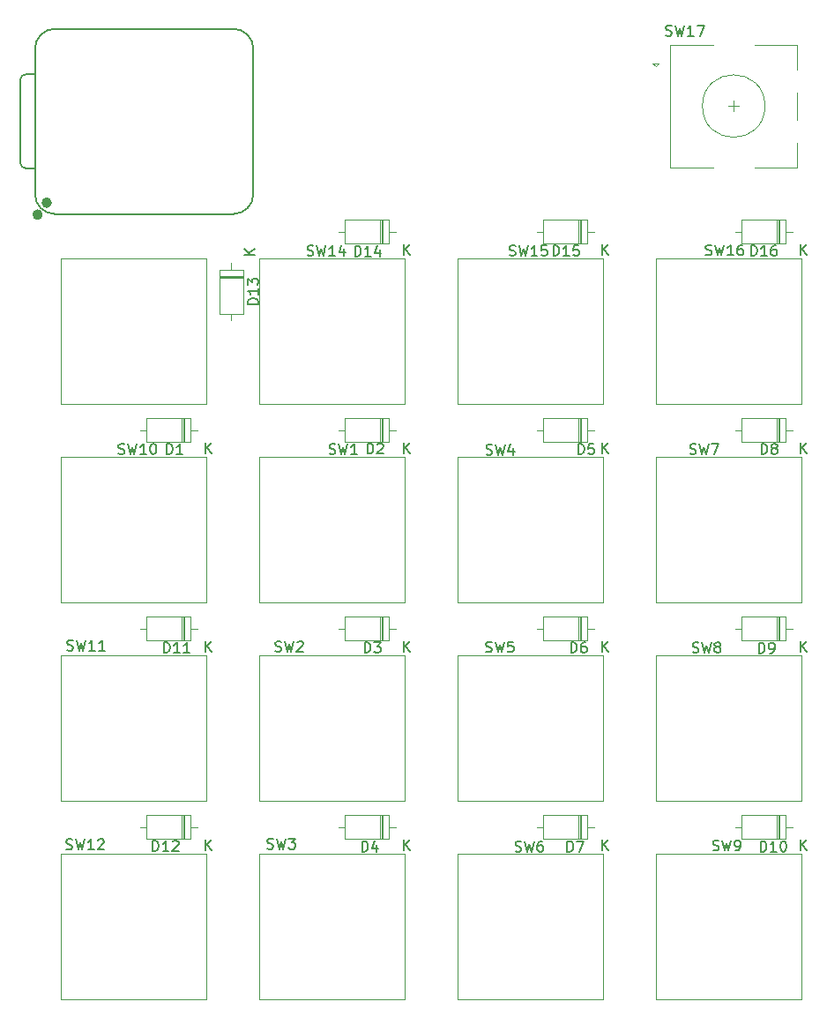
<source format=gbr>
%TF.GenerationSoftware,KiCad,Pcbnew,9.0.6*%
%TF.CreationDate,2025-12-17T16:24:02+01:00*%
%TF.ProjectId,numpad,6e756d70-6164-42e6-9b69-6361645f7063,rev?*%
%TF.SameCoordinates,Original*%
%TF.FileFunction,Legend,Top*%
%TF.FilePolarity,Positive*%
%FSLAX46Y46*%
G04 Gerber Fmt 4.6, Leading zero omitted, Abs format (unit mm)*
G04 Created by KiCad (PCBNEW 9.0.6) date 2025-12-17 16:24:02*
%MOMM*%
%LPD*%
G01*
G04 APERTURE LIST*
%ADD10C,0.150000*%
%ADD11C,0.120000*%
%ADD12C,0.127000*%
%ADD13C,0.100000*%
%ADD14C,0.504000*%
G04 APERTURE END LIST*
D10*
X83793105Y-90421619D02*
X83793105Y-89421619D01*
X83793105Y-89421619D02*
X84031200Y-89421619D01*
X84031200Y-89421619D02*
X84174057Y-89469238D01*
X84174057Y-89469238D02*
X84269295Y-89564476D01*
X84269295Y-89564476D02*
X84316914Y-89659714D01*
X84316914Y-89659714D02*
X84364533Y-89850190D01*
X84364533Y-89850190D02*
X84364533Y-89993047D01*
X84364533Y-89993047D02*
X84316914Y-90183523D01*
X84316914Y-90183523D02*
X84269295Y-90278761D01*
X84269295Y-90278761D02*
X84174057Y-90374000D01*
X84174057Y-90374000D02*
X84031200Y-90421619D01*
X84031200Y-90421619D02*
X83793105Y-90421619D01*
X85316914Y-90421619D02*
X84745486Y-90421619D01*
X85031200Y-90421619D02*
X85031200Y-89421619D01*
X85031200Y-89421619D02*
X84935962Y-89564476D01*
X84935962Y-89564476D02*
X84840724Y-89659714D01*
X84840724Y-89659714D02*
X84745486Y-89707333D01*
X87526845Y-90361069D02*
X87526845Y-89361069D01*
X88098273Y-90361069D02*
X87669702Y-89789640D01*
X88098273Y-89361069D02*
X87526845Y-89932497D01*
X140638305Y-109522419D02*
X140638305Y-108522419D01*
X140638305Y-108522419D02*
X140876400Y-108522419D01*
X140876400Y-108522419D02*
X141019257Y-108570038D01*
X141019257Y-108570038D02*
X141114495Y-108665276D01*
X141114495Y-108665276D02*
X141162114Y-108760514D01*
X141162114Y-108760514D02*
X141209733Y-108950990D01*
X141209733Y-108950990D02*
X141209733Y-109093847D01*
X141209733Y-109093847D02*
X141162114Y-109284323D01*
X141162114Y-109284323D02*
X141114495Y-109379561D01*
X141114495Y-109379561D02*
X141019257Y-109474800D01*
X141019257Y-109474800D02*
X140876400Y-109522419D01*
X140876400Y-109522419D02*
X140638305Y-109522419D01*
X141685924Y-109522419D02*
X141876400Y-109522419D01*
X141876400Y-109522419D02*
X141971638Y-109474800D01*
X141971638Y-109474800D02*
X142019257Y-109427180D01*
X142019257Y-109427180D02*
X142114495Y-109284323D01*
X142114495Y-109284323D02*
X142162114Y-109093847D01*
X142162114Y-109093847D02*
X142162114Y-108712895D01*
X142162114Y-108712895D02*
X142114495Y-108617657D01*
X142114495Y-108617657D02*
X142066876Y-108570038D01*
X142066876Y-108570038D02*
X141971638Y-108522419D01*
X141971638Y-108522419D02*
X141781162Y-108522419D01*
X141781162Y-108522419D02*
X141685924Y-108570038D01*
X141685924Y-108570038D02*
X141638305Y-108617657D01*
X141638305Y-108617657D02*
X141590686Y-108712895D01*
X141590686Y-108712895D02*
X141590686Y-108950990D01*
X141590686Y-108950990D02*
X141638305Y-109046228D01*
X141638305Y-109046228D02*
X141685924Y-109093847D01*
X141685924Y-109093847D02*
X141781162Y-109141466D01*
X141781162Y-109141466D02*
X141971638Y-109141466D01*
X141971638Y-109141466D02*
X142066876Y-109093847D01*
X142066876Y-109093847D02*
X142114495Y-109046228D01*
X142114495Y-109046228D02*
X142162114Y-108950990D01*
X144676845Y-109411069D02*
X144676845Y-108411069D01*
X145248273Y-109411069D02*
X144819702Y-108839640D01*
X145248273Y-108411069D02*
X144676845Y-108982497D01*
X117284667Y-128524800D02*
X117427524Y-128572419D01*
X117427524Y-128572419D02*
X117665619Y-128572419D01*
X117665619Y-128572419D02*
X117760857Y-128524800D01*
X117760857Y-128524800D02*
X117808476Y-128477180D01*
X117808476Y-128477180D02*
X117856095Y-128381942D01*
X117856095Y-128381942D02*
X117856095Y-128286704D01*
X117856095Y-128286704D02*
X117808476Y-128191466D01*
X117808476Y-128191466D02*
X117760857Y-128143847D01*
X117760857Y-128143847D02*
X117665619Y-128096228D01*
X117665619Y-128096228D02*
X117475143Y-128048609D01*
X117475143Y-128048609D02*
X117379905Y-128000990D01*
X117379905Y-128000990D02*
X117332286Y-127953371D01*
X117332286Y-127953371D02*
X117284667Y-127858133D01*
X117284667Y-127858133D02*
X117284667Y-127762895D01*
X117284667Y-127762895D02*
X117332286Y-127667657D01*
X117332286Y-127667657D02*
X117379905Y-127620038D01*
X117379905Y-127620038D02*
X117475143Y-127572419D01*
X117475143Y-127572419D02*
X117713238Y-127572419D01*
X117713238Y-127572419D02*
X117856095Y-127620038D01*
X118189429Y-127572419D02*
X118427524Y-128572419D01*
X118427524Y-128572419D02*
X118618000Y-127858133D01*
X118618000Y-127858133D02*
X118808476Y-128572419D01*
X118808476Y-128572419D02*
X119046572Y-127572419D01*
X119856095Y-127572419D02*
X119665619Y-127572419D01*
X119665619Y-127572419D02*
X119570381Y-127620038D01*
X119570381Y-127620038D02*
X119522762Y-127667657D01*
X119522762Y-127667657D02*
X119427524Y-127810514D01*
X119427524Y-127810514D02*
X119379905Y-128000990D01*
X119379905Y-128000990D02*
X119379905Y-128381942D01*
X119379905Y-128381942D02*
X119427524Y-128477180D01*
X119427524Y-128477180D02*
X119475143Y-128524800D01*
X119475143Y-128524800D02*
X119570381Y-128572419D01*
X119570381Y-128572419D02*
X119760857Y-128572419D01*
X119760857Y-128572419D02*
X119856095Y-128524800D01*
X119856095Y-128524800D02*
X119903714Y-128477180D01*
X119903714Y-128477180D02*
X119951333Y-128381942D01*
X119951333Y-128381942D02*
X119951333Y-128143847D01*
X119951333Y-128143847D02*
X119903714Y-128048609D01*
X119903714Y-128048609D02*
X119856095Y-128000990D01*
X119856095Y-128000990D02*
X119760857Y-127953371D01*
X119760857Y-127953371D02*
X119570381Y-127953371D01*
X119570381Y-127953371D02*
X119475143Y-128000990D01*
X119475143Y-128000990D02*
X119427524Y-128048609D01*
X119427524Y-128048609D02*
X119379905Y-128143847D01*
X83520114Y-109471619D02*
X83520114Y-108471619D01*
X83520114Y-108471619D02*
X83758209Y-108471619D01*
X83758209Y-108471619D02*
X83901066Y-108519238D01*
X83901066Y-108519238D02*
X83996304Y-108614476D01*
X83996304Y-108614476D02*
X84043923Y-108709714D01*
X84043923Y-108709714D02*
X84091542Y-108900190D01*
X84091542Y-108900190D02*
X84091542Y-109043047D01*
X84091542Y-109043047D02*
X84043923Y-109233523D01*
X84043923Y-109233523D02*
X83996304Y-109328761D01*
X83996304Y-109328761D02*
X83901066Y-109424000D01*
X83901066Y-109424000D02*
X83758209Y-109471619D01*
X83758209Y-109471619D02*
X83520114Y-109471619D01*
X85043923Y-109471619D02*
X84472495Y-109471619D01*
X84758209Y-109471619D02*
X84758209Y-108471619D01*
X84758209Y-108471619D02*
X84662971Y-108614476D01*
X84662971Y-108614476D02*
X84567733Y-108709714D01*
X84567733Y-108709714D02*
X84472495Y-108757333D01*
X85996304Y-109471619D02*
X85424876Y-109471619D01*
X85710590Y-109471619D02*
X85710590Y-108471619D01*
X85710590Y-108471619D02*
X85615352Y-108614476D01*
X85615352Y-108614476D02*
X85520114Y-108709714D01*
X85520114Y-108709714D02*
X85424876Y-108757333D01*
X87526845Y-109411069D02*
X87526845Y-108411069D01*
X88098273Y-109411069D02*
X87669702Y-108839640D01*
X88098273Y-108411069D02*
X87526845Y-108982497D01*
X122604305Y-109471619D02*
X122604305Y-108471619D01*
X122604305Y-108471619D02*
X122842400Y-108471619D01*
X122842400Y-108471619D02*
X122985257Y-108519238D01*
X122985257Y-108519238D02*
X123080495Y-108614476D01*
X123080495Y-108614476D02*
X123128114Y-108709714D01*
X123128114Y-108709714D02*
X123175733Y-108900190D01*
X123175733Y-108900190D02*
X123175733Y-109043047D01*
X123175733Y-109043047D02*
X123128114Y-109233523D01*
X123128114Y-109233523D02*
X123080495Y-109328761D01*
X123080495Y-109328761D02*
X122985257Y-109424000D01*
X122985257Y-109424000D02*
X122842400Y-109471619D01*
X122842400Y-109471619D02*
X122604305Y-109471619D01*
X124032876Y-108471619D02*
X123842400Y-108471619D01*
X123842400Y-108471619D02*
X123747162Y-108519238D01*
X123747162Y-108519238D02*
X123699543Y-108566857D01*
X123699543Y-108566857D02*
X123604305Y-108709714D01*
X123604305Y-108709714D02*
X123556686Y-108900190D01*
X123556686Y-108900190D02*
X123556686Y-109281142D01*
X123556686Y-109281142D02*
X123604305Y-109376380D01*
X123604305Y-109376380D02*
X123651924Y-109424000D01*
X123651924Y-109424000D02*
X123747162Y-109471619D01*
X123747162Y-109471619D02*
X123937638Y-109471619D01*
X123937638Y-109471619D02*
X124032876Y-109424000D01*
X124032876Y-109424000D02*
X124080495Y-109376380D01*
X124080495Y-109376380D02*
X124128114Y-109281142D01*
X124128114Y-109281142D02*
X124128114Y-109043047D01*
X124128114Y-109043047D02*
X124080495Y-108947809D01*
X124080495Y-108947809D02*
X124032876Y-108900190D01*
X124032876Y-108900190D02*
X123937638Y-108852571D01*
X123937638Y-108852571D02*
X123747162Y-108852571D01*
X123747162Y-108852571D02*
X123651924Y-108900190D01*
X123651924Y-108900190D02*
X123604305Y-108947809D01*
X123604305Y-108947809D02*
X123556686Y-109043047D01*
X125626845Y-109411069D02*
X125626845Y-108411069D01*
X126198273Y-109411069D02*
X125769702Y-108839640D01*
X126198273Y-108411069D02*
X125626845Y-108982497D01*
X120908914Y-71371619D02*
X120908914Y-70371619D01*
X120908914Y-70371619D02*
X121147009Y-70371619D01*
X121147009Y-70371619D02*
X121289866Y-70419238D01*
X121289866Y-70419238D02*
X121385104Y-70514476D01*
X121385104Y-70514476D02*
X121432723Y-70609714D01*
X121432723Y-70609714D02*
X121480342Y-70800190D01*
X121480342Y-70800190D02*
X121480342Y-70943047D01*
X121480342Y-70943047D02*
X121432723Y-71133523D01*
X121432723Y-71133523D02*
X121385104Y-71228761D01*
X121385104Y-71228761D02*
X121289866Y-71324000D01*
X121289866Y-71324000D02*
X121147009Y-71371619D01*
X121147009Y-71371619D02*
X120908914Y-71371619D01*
X122432723Y-71371619D02*
X121861295Y-71371619D01*
X122147009Y-71371619D02*
X122147009Y-70371619D01*
X122147009Y-70371619D02*
X122051771Y-70514476D01*
X122051771Y-70514476D02*
X121956533Y-70609714D01*
X121956533Y-70609714D02*
X121861295Y-70657333D01*
X123337485Y-70371619D02*
X122861295Y-70371619D01*
X122861295Y-70371619D02*
X122813676Y-70847809D01*
X122813676Y-70847809D02*
X122861295Y-70800190D01*
X122861295Y-70800190D02*
X122956533Y-70752571D01*
X122956533Y-70752571D02*
X123194628Y-70752571D01*
X123194628Y-70752571D02*
X123289866Y-70800190D01*
X123289866Y-70800190D02*
X123337485Y-70847809D01*
X123337485Y-70847809D02*
X123385104Y-70943047D01*
X123385104Y-70943047D02*
X123385104Y-71181142D01*
X123385104Y-71181142D02*
X123337485Y-71276380D01*
X123337485Y-71276380D02*
X123289866Y-71324000D01*
X123289866Y-71324000D02*
X123194628Y-71371619D01*
X123194628Y-71371619D02*
X122956533Y-71371619D01*
X122956533Y-71371619D02*
X122861295Y-71324000D01*
X122861295Y-71324000D02*
X122813676Y-71276380D01*
X125626845Y-71311069D02*
X125626845Y-70311069D01*
X126198273Y-71311069D02*
X125769702Y-70739640D01*
X126198273Y-70311069D02*
X125626845Y-70882497D01*
X102538305Y-128572419D02*
X102538305Y-127572419D01*
X102538305Y-127572419D02*
X102776400Y-127572419D01*
X102776400Y-127572419D02*
X102919257Y-127620038D01*
X102919257Y-127620038D02*
X103014495Y-127715276D01*
X103014495Y-127715276D02*
X103062114Y-127810514D01*
X103062114Y-127810514D02*
X103109733Y-128000990D01*
X103109733Y-128000990D02*
X103109733Y-128143847D01*
X103109733Y-128143847D02*
X103062114Y-128334323D01*
X103062114Y-128334323D02*
X103014495Y-128429561D01*
X103014495Y-128429561D02*
X102919257Y-128524800D01*
X102919257Y-128524800D02*
X102776400Y-128572419D01*
X102776400Y-128572419D02*
X102538305Y-128572419D01*
X103966876Y-127905752D02*
X103966876Y-128572419D01*
X103728781Y-127524800D02*
X103490686Y-128239085D01*
X103490686Y-128239085D02*
X104109733Y-128239085D01*
X106576845Y-128461069D02*
X106576845Y-127461069D01*
X107148273Y-128461069D02*
X106719702Y-127889640D01*
X107148273Y-127461069D02*
X106576845Y-128032497D01*
X135553676Y-71273200D02*
X135696533Y-71320819D01*
X135696533Y-71320819D02*
X135934628Y-71320819D01*
X135934628Y-71320819D02*
X136029866Y-71273200D01*
X136029866Y-71273200D02*
X136077485Y-71225580D01*
X136077485Y-71225580D02*
X136125104Y-71130342D01*
X136125104Y-71130342D02*
X136125104Y-71035104D01*
X136125104Y-71035104D02*
X136077485Y-70939866D01*
X136077485Y-70939866D02*
X136029866Y-70892247D01*
X136029866Y-70892247D02*
X135934628Y-70844628D01*
X135934628Y-70844628D02*
X135744152Y-70797009D01*
X135744152Y-70797009D02*
X135648914Y-70749390D01*
X135648914Y-70749390D02*
X135601295Y-70701771D01*
X135601295Y-70701771D02*
X135553676Y-70606533D01*
X135553676Y-70606533D02*
X135553676Y-70511295D01*
X135553676Y-70511295D02*
X135601295Y-70416057D01*
X135601295Y-70416057D02*
X135648914Y-70368438D01*
X135648914Y-70368438D02*
X135744152Y-70320819D01*
X135744152Y-70320819D02*
X135982247Y-70320819D01*
X135982247Y-70320819D02*
X136125104Y-70368438D01*
X136458438Y-70320819D02*
X136696533Y-71320819D01*
X136696533Y-71320819D02*
X136887009Y-70606533D01*
X136887009Y-70606533D02*
X137077485Y-71320819D01*
X137077485Y-71320819D02*
X137315581Y-70320819D01*
X138220342Y-71320819D02*
X137648914Y-71320819D01*
X137934628Y-71320819D02*
X137934628Y-70320819D01*
X137934628Y-70320819D02*
X137839390Y-70463676D01*
X137839390Y-70463676D02*
X137744152Y-70558914D01*
X137744152Y-70558914D02*
X137648914Y-70606533D01*
X139077485Y-70320819D02*
X138887009Y-70320819D01*
X138887009Y-70320819D02*
X138791771Y-70368438D01*
X138791771Y-70368438D02*
X138744152Y-70416057D01*
X138744152Y-70416057D02*
X138648914Y-70558914D01*
X138648914Y-70558914D02*
X138601295Y-70749390D01*
X138601295Y-70749390D02*
X138601295Y-71130342D01*
X138601295Y-71130342D02*
X138648914Y-71225580D01*
X138648914Y-71225580D02*
X138696533Y-71273200D01*
X138696533Y-71273200D02*
X138791771Y-71320819D01*
X138791771Y-71320819D02*
X138982247Y-71320819D01*
X138982247Y-71320819D02*
X139077485Y-71273200D01*
X139077485Y-71273200D02*
X139125104Y-71225580D01*
X139125104Y-71225580D02*
X139172723Y-71130342D01*
X139172723Y-71130342D02*
X139172723Y-70892247D01*
X139172723Y-70892247D02*
X139125104Y-70797009D01*
X139125104Y-70797009D02*
X139077485Y-70749390D01*
X139077485Y-70749390D02*
X138982247Y-70701771D01*
X138982247Y-70701771D02*
X138791771Y-70701771D01*
X138791771Y-70701771D02*
X138696533Y-70749390D01*
X138696533Y-70749390D02*
X138648914Y-70797009D01*
X138648914Y-70797009D02*
X138601295Y-70892247D01*
X140822514Y-128572419D02*
X140822514Y-127572419D01*
X140822514Y-127572419D02*
X141060609Y-127572419D01*
X141060609Y-127572419D02*
X141203466Y-127620038D01*
X141203466Y-127620038D02*
X141298704Y-127715276D01*
X141298704Y-127715276D02*
X141346323Y-127810514D01*
X141346323Y-127810514D02*
X141393942Y-128000990D01*
X141393942Y-128000990D02*
X141393942Y-128143847D01*
X141393942Y-128143847D02*
X141346323Y-128334323D01*
X141346323Y-128334323D02*
X141298704Y-128429561D01*
X141298704Y-128429561D02*
X141203466Y-128524800D01*
X141203466Y-128524800D02*
X141060609Y-128572419D01*
X141060609Y-128572419D02*
X140822514Y-128572419D01*
X142346323Y-128572419D02*
X141774895Y-128572419D01*
X142060609Y-128572419D02*
X142060609Y-127572419D01*
X142060609Y-127572419D02*
X141965371Y-127715276D01*
X141965371Y-127715276D02*
X141870133Y-127810514D01*
X141870133Y-127810514D02*
X141774895Y-127858133D01*
X142965371Y-127572419D02*
X143060609Y-127572419D01*
X143060609Y-127572419D02*
X143155847Y-127620038D01*
X143155847Y-127620038D02*
X143203466Y-127667657D01*
X143203466Y-127667657D02*
X143251085Y-127762895D01*
X143251085Y-127762895D02*
X143298704Y-127953371D01*
X143298704Y-127953371D02*
X143298704Y-128191466D01*
X143298704Y-128191466D02*
X143251085Y-128381942D01*
X143251085Y-128381942D02*
X143203466Y-128477180D01*
X143203466Y-128477180D02*
X143155847Y-128524800D01*
X143155847Y-128524800D02*
X143060609Y-128572419D01*
X143060609Y-128572419D02*
X142965371Y-128572419D01*
X142965371Y-128572419D02*
X142870133Y-128524800D01*
X142870133Y-128524800D02*
X142822514Y-128477180D01*
X142822514Y-128477180D02*
X142774895Y-128381942D01*
X142774895Y-128381942D02*
X142727276Y-128191466D01*
X142727276Y-128191466D02*
X142727276Y-127953371D01*
X142727276Y-127953371D02*
X142774895Y-127762895D01*
X142774895Y-127762895D02*
X142822514Y-127667657D01*
X142822514Y-127667657D02*
X142870133Y-127620038D01*
X142870133Y-127620038D02*
X142965371Y-127572419D01*
X144676845Y-128461069D02*
X144676845Y-127461069D01*
X145248273Y-128461069D02*
X144819702Y-127889640D01*
X145248273Y-127461069D02*
X144676845Y-128032497D01*
X114490667Y-90424800D02*
X114633524Y-90472419D01*
X114633524Y-90472419D02*
X114871619Y-90472419D01*
X114871619Y-90472419D02*
X114966857Y-90424800D01*
X114966857Y-90424800D02*
X115014476Y-90377180D01*
X115014476Y-90377180D02*
X115062095Y-90281942D01*
X115062095Y-90281942D02*
X115062095Y-90186704D01*
X115062095Y-90186704D02*
X115014476Y-90091466D01*
X115014476Y-90091466D02*
X114966857Y-90043847D01*
X114966857Y-90043847D02*
X114871619Y-89996228D01*
X114871619Y-89996228D02*
X114681143Y-89948609D01*
X114681143Y-89948609D02*
X114585905Y-89900990D01*
X114585905Y-89900990D02*
X114538286Y-89853371D01*
X114538286Y-89853371D02*
X114490667Y-89758133D01*
X114490667Y-89758133D02*
X114490667Y-89662895D01*
X114490667Y-89662895D02*
X114538286Y-89567657D01*
X114538286Y-89567657D02*
X114585905Y-89520038D01*
X114585905Y-89520038D02*
X114681143Y-89472419D01*
X114681143Y-89472419D02*
X114919238Y-89472419D01*
X114919238Y-89472419D02*
X115062095Y-89520038D01*
X115395429Y-89472419D02*
X115633524Y-90472419D01*
X115633524Y-90472419D02*
X115824000Y-89758133D01*
X115824000Y-89758133D02*
X116014476Y-90472419D01*
X116014476Y-90472419D02*
X116252572Y-89472419D01*
X117062095Y-89805752D02*
X117062095Y-90472419D01*
X116824000Y-89424800D02*
X116585905Y-90139085D01*
X116585905Y-90139085D02*
X117204952Y-90139085D01*
X99403067Y-90374000D02*
X99545924Y-90421619D01*
X99545924Y-90421619D02*
X99784019Y-90421619D01*
X99784019Y-90421619D02*
X99879257Y-90374000D01*
X99879257Y-90374000D02*
X99926876Y-90326380D01*
X99926876Y-90326380D02*
X99974495Y-90231142D01*
X99974495Y-90231142D02*
X99974495Y-90135904D01*
X99974495Y-90135904D02*
X99926876Y-90040666D01*
X99926876Y-90040666D02*
X99879257Y-89993047D01*
X99879257Y-89993047D02*
X99784019Y-89945428D01*
X99784019Y-89945428D02*
X99593543Y-89897809D01*
X99593543Y-89897809D02*
X99498305Y-89850190D01*
X99498305Y-89850190D02*
X99450686Y-89802571D01*
X99450686Y-89802571D02*
X99403067Y-89707333D01*
X99403067Y-89707333D02*
X99403067Y-89612095D01*
X99403067Y-89612095D02*
X99450686Y-89516857D01*
X99450686Y-89516857D02*
X99498305Y-89469238D01*
X99498305Y-89469238D02*
X99593543Y-89421619D01*
X99593543Y-89421619D02*
X99831638Y-89421619D01*
X99831638Y-89421619D02*
X99974495Y-89469238D01*
X100307829Y-89421619D02*
X100545924Y-90421619D01*
X100545924Y-90421619D02*
X100736400Y-89707333D01*
X100736400Y-89707333D02*
X100926876Y-90421619D01*
X100926876Y-90421619D02*
X101164972Y-89421619D01*
X102069733Y-90421619D02*
X101498305Y-90421619D01*
X101784019Y-90421619D02*
X101784019Y-89421619D01*
X101784019Y-89421619D02*
X101688781Y-89564476D01*
X101688781Y-89564476D02*
X101593543Y-89659714D01*
X101593543Y-89659714D02*
X101498305Y-89707333D01*
X139908114Y-71371619D02*
X139908114Y-70371619D01*
X139908114Y-70371619D02*
X140146209Y-70371619D01*
X140146209Y-70371619D02*
X140289066Y-70419238D01*
X140289066Y-70419238D02*
X140384304Y-70514476D01*
X140384304Y-70514476D02*
X140431923Y-70609714D01*
X140431923Y-70609714D02*
X140479542Y-70800190D01*
X140479542Y-70800190D02*
X140479542Y-70943047D01*
X140479542Y-70943047D02*
X140431923Y-71133523D01*
X140431923Y-71133523D02*
X140384304Y-71228761D01*
X140384304Y-71228761D02*
X140289066Y-71324000D01*
X140289066Y-71324000D02*
X140146209Y-71371619D01*
X140146209Y-71371619D02*
X139908114Y-71371619D01*
X141431923Y-71371619D02*
X140860495Y-71371619D01*
X141146209Y-71371619D02*
X141146209Y-70371619D01*
X141146209Y-70371619D02*
X141050971Y-70514476D01*
X141050971Y-70514476D02*
X140955733Y-70609714D01*
X140955733Y-70609714D02*
X140860495Y-70657333D01*
X142289066Y-70371619D02*
X142098590Y-70371619D01*
X142098590Y-70371619D02*
X142003352Y-70419238D01*
X142003352Y-70419238D02*
X141955733Y-70466857D01*
X141955733Y-70466857D02*
X141860495Y-70609714D01*
X141860495Y-70609714D02*
X141812876Y-70800190D01*
X141812876Y-70800190D02*
X141812876Y-71181142D01*
X141812876Y-71181142D02*
X141860495Y-71276380D01*
X141860495Y-71276380D02*
X141908114Y-71324000D01*
X141908114Y-71324000D02*
X142003352Y-71371619D01*
X142003352Y-71371619D02*
X142193828Y-71371619D01*
X142193828Y-71371619D02*
X142289066Y-71324000D01*
X142289066Y-71324000D02*
X142336685Y-71276380D01*
X142336685Y-71276380D02*
X142384304Y-71181142D01*
X142384304Y-71181142D02*
X142384304Y-70943047D01*
X142384304Y-70943047D02*
X142336685Y-70847809D01*
X142336685Y-70847809D02*
X142289066Y-70800190D01*
X142289066Y-70800190D02*
X142193828Y-70752571D01*
X142193828Y-70752571D02*
X142003352Y-70752571D01*
X142003352Y-70752571D02*
X141908114Y-70800190D01*
X141908114Y-70800190D02*
X141860495Y-70847809D01*
X141860495Y-70847809D02*
X141812876Y-70943047D01*
X144676845Y-71311069D02*
X144676845Y-70311069D01*
X145248273Y-71311069D02*
X144819702Y-70739640D01*
X145248273Y-70311069D02*
X144676845Y-70882497D01*
X92574819Y-76024285D02*
X91574819Y-76024285D01*
X91574819Y-76024285D02*
X91574819Y-75786190D01*
X91574819Y-75786190D02*
X91622438Y-75643333D01*
X91622438Y-75643333D02*
X91717676Y-75548095D01*
X91717676Y-75548095D02*
X91812914Y-75500476D01*
X91812914Y-75500476D02*
X92003390Y-75452857D01*
X92003390Y-75452857D02*
X92146247Y-75452857D01*
X92146247Y-75452857D02*
X92336723Y-75500476D01*
X92336723Y-75500476D02*
X92431961Y-75548095D01*
X92431961Y-75548095D02*
X92527200Y-75643333D01*
X92527200Y-75643333D02*
X92574819Y-75786190D01*
X92574819Y-75786190D02*
X92574819Y-76024285D01*
X92574819Y-74500476D02*
X92574819Y-75071904D01*
X92574819Y-74786190D02*
X91574819Y-74786190D01*
X91574819Y-74786190D02*
X91717676Y-74881428D01*
X91717676Y-74881428D02*
X91812914Y-74976666D01*
X91812914Y-74976666D02*
X91860533Y-75071904D01*
X91574819Y-74167142D02*
X91574819Y-73548095D01*
X91574819Y-73548095D02*
X91955771Y-73881428D01*
X91955771Y-73881428D02*
X91955771Y-73738571D01*
X91955771Y-73738571D02*
X92003390Y-73643333D01*
X92003390Y-73643333D02*
X92051009Y-73595714D01*
X92051009Y-73595714D02*
X92146247Y-73548095D01*
X92146247Y-73548095D02*
X92384342Y-73548095D01*
X92384342Y-73548095D02*
X92479580Y-73595714D01*
X92479580Y-73595714D02*
X92527200Y-73643333D01*
X92527200Y-73643333D02*
X92574819Y-73738571D01*
X92574819Y-73738571D02*
X92574819Y-74024285D01*
X92574819Y-74024285D02*
X92527200Y-74119523D01*
X92527200Y-74119523D02*
X92479580Y-74167142D01*
X92254819Y-71261904D02*
X91254819Y-71261904D01*
X92254819Y-70690476D02*
X91683390Y-71119047D01*
X91254819Y-70690476D02*
X91826247Y-71261904D01*
X82453314Y-128521619D02*
X82453314Y-127521619D01*
X82453314Y-127521619D02*
X82691409Y-127521619D01*
X82691409Y-127521619D02*
X82834266Y-127569238D01*
X82834266Y-127569238D02*
X82929504Y-127664476D01*
X82929504Y-127664476D02*
X82977123Y-127759714D01*
X82977123Y-127759714D02*
X83024742Y-127950190D01*
X83024742Y-127950190D02*
X83024742Y-128093047D01*
X83024742Y-128093047D02*
X82977123Y-128283523D01*
X82977123Y-128283523D02*
X82929504Y-128378761D01*
X82929504Y-128378761D02*
X82834266Y-128474000D01*
X82834266Y-128474000D02*
X82691409Y-128521619D01*
X82691409Y-128521619D02*
X82453314Y-128521619D01*
X83977123Y-128521619D02*
X83405695Y-128521619D01*
X83691409Y-128521619D02*
X83691409Y-127521619D01*
X83691409Y-127521619D02*
X83596171Y-127664476D01*
X83596171Y-127664476D02*
X83500933Y-127759714D01*
X83500933Y-127759714D02*
X83405695Y-127807333D01*
X84358076Y-127616857D02*
X84405695Y-127569238D01*
X84405695Y-127569238D02*
X84500933Y-127521619D01*
X84500933Y-127521619D02*
X84739028Y-127521619D01*
X84739028Y-127521619D02*
X84834266Y-127569238D01*
X84834266Y-127569238D02*
X84881885Y-127616857D01*
X84881885Y-127616857D02*
X84929504Y-127712095D01*
X84929504Y-127712095D02*
X84929504Y-127807333D01*
X84929504Y-127807333D02*
X84881885Y-127950190D01*
X84881885Y-127950190D02*
X84310457Y-128521619D01*
X84310457Y-128521619D02*
X84929504Y-128521619D01*
X87526845Y-128461069D02*
X87526845Y-127461069D01*
X88098273Y-128461069D02*
X87669702Y-127889640D01*
X88098273Y-127461069D02*
X87526845Y-128032497D01*
X123315505Y-90421619D02*
X123315505Y-89421619D01*
X123315505Y-89421619D02*
X123553600Y-89421619D01*
X123553600Y-89421619D02*
X123696457Y-89469238D01*
X123696457Y-89469238D02*
X123791695Y-89564476D01*
X123791695Y-89564476D02*
X123839314Y-89659714D01*
X123839314Y-89659714D02*
X123886933Y-89850190D01*
X123886933Y-89850190D02*
X123886933Y-89993047D01*
X123886933Y-89993047D02*
X123839314Y-90183523D01*
X123839314Y-90183523D02*
X123791695Y-90278761D01*
X123791695Y-90278761D02*
X123696457Y-90374000D01*
X123696457Y-90374000D02*
X123553600Y-90421619D01*
X123553600Y-90421619D02*
X123315505Y-90421619D01*
X124791695Y-89421619D02*
X124315505Y-89421619D01*
X124315505Y-89421619D02*
X124267886Y-89897809D01*
X124267886Y-89897809D02*
X124315505Y-89850190D01*
X124315505Y-89850190D02*
X124410743Y-89802571D01*
X124410743Y-89802571D02*
X124648838Y-89802571D01*
X124648838Y-89802571D02*
X124744076Y-89850190D01*
X124744076Y-89850190D02*
X124791695Y-89897809D01*
X124791695Y-89897809D02*
X124839314Y-89993047D01*
X124839314Y-89993047D02*
X124839314Y-90231142D01*
X124839314Y-90231142D02*
X124791695Y-90326380D01*
X124791695Y-90326380D02*
X124744076Y-90374000D01*
X124744076Y-90374000D02*
X124648838Y-90421619D01*
X124648838Y-90421619D02*
X124410743Y-90421619D01*
X124410743Y-90421619D02*
X124315505Y-90374000D01*
X124315505Y-90374000D02*
X124267886Y-90326380D01*
X125626845Y-90361069D02*
X125626845Y-89361069D01*
X126198273Y-90361069D02*
X125769702Y-89789640D01*
X126198273Y-89361069D02*
X125626845Y-89932497D01*
X114439867Y-109373200D02*
X114582724Y-109420819D01*
X114582724Y-109420819D02*
X114820819Y-109420819D01*
X114820819Y-109420819D02*
X114916057Y-109373200D01*
X114916057Y-109373200D02*
X114963676Y-109325580D01*
X114963676Y-109325580D02*
X115011295Y-109230342D01*
X115011295Y-109230342D02*
X115011295Y-109135104D01*
X115011295Y-109135104D02*
X114963676Y-109039866D01*
X114963676Y-109039866D02*
X114916057Y-108992247D01*
X114916057Y-108992247D02*
X114820819Y-108944628D01*
X114820819Y-108944628D02*
X114630343Y-108897009D01*
X114630343Y-108897009D02*
X114535105Y-108849390D01*
X114535105Y-108849390D02*
X114487486Y-108801771D01*
X114487486Y-108801771D02*
X114439867Y-108706533D01*
X114439867Y-108706533D02*
X114439867Y-108611295D01*
X114439867Y-108611295D02*
X114487486Y-108516057D01*
X114487486Y-108516057D02*
X114535105Y-108468438D01*
X114535105Y-108468438D02*
X114630343Y-108420819D01*
X114630343Y-108420819D02*
X114868438Y-108420819D01*
X114868438Y-108420819D02*
X115011295Y-108468438D01*
X115344629Y-108420819D02*
X115582724Y-109420819D01*
X115582724Y-109420819D02*
X115773200Y-108706533D01*
X115773200Y-108706533D02*
X115963676Y-109420819D01*
X115963676Y-109420819D02*
X116201772Y-108420819D01*
X117058914Y-108420819D02*
X116582724Y-108420819D01*
X116582724Y-108420819D02*
X116535105Y-108897009D01*
X116535105Y-108897009D02*
X116582724Y-108849390D01*
X116582724Y-108849390D02*
X116677962Y-108801771D01*
X116677962Y-108801771D02*
X116916057Y-108801771D01*
X116916057Y-108801771D02*
X117011295Y-108849390D01*
X117011295Y-108849390D02*
X117058914Y-108897009D01*
X117058914Y-108897009D02*
X117106533Y-108992247D01*
X117106533Y-108992247D02*
X117106533Y-109230342D01*
X117106533Y-109230342D02*
X117058914Y-109325580D01*
X117058914Y-109325580D02*
X117011295Y-109373200D01*
X117011295Y-109373200D02*
X116916057Y-109420819D01*
X116916057Y-109420819D02*
X116677962Y-109420819D01*
X116677962Y-109420819D02*
X116582724Y-109373200D01*
X116582724Y-109373200D02*
X116535105Y-109325580D01*
X74238076Y-109220800D02*
X74380933Y-109268419D01*
X74380933Y-109268419D02*
X74619028Y-109268419D01*
X74619028Y-109268419D02*
X74714266Y-109220800D01*
X74714266Y-109220800D02*
X74761885Y-109173180D01*
X74761885Y-109173180D02*
X74809504Y-109077942D01*
X74809504Y-109077942D02*
X74809504Y-108982704D01*
X74809504Y-108982704D02*
X74761885Y-108887466D01*
X74761885Y-108887466D02*
X74714266Y-108839847D01*
X74714266Y-108839847D02*
X74619028Y-108792228D01*
X74619028Y-108792228D02*
X74428552Y-108744609D01*
X74428552Y-108744609D02*
X74333314Y-108696990D01*
X74333314Y-108696990D02*
X74285695Y-108649371D01*
X74285695Y-108649371D02*
X74238076Y-108554133D01*
X74238076Y-108554133D02*
X74238076Y-108458895D01*
X74238076Y-108458895D02*
X74285695Y-108363657D01*
X74285695Y-108363657D02*
X74333314Y-108316038D01*
X74333314Y-108316038D02*
X74428552Y-108268419D01*
X74428552Y-108268419D02*
X74666647Y-108268419D01*
X74666647Y-108268419D02*
X74809504Y-108316038D01*
X75142838Y-108268419D02*
X75380933Y-109268419D01*
X75380933Y-109268419D02*
X75571409Y-108554133D01*
X75571409Y-108554133D02*
X75761885Y-109268419D01*
X75761885Y-109268419D02*
X75999981Y-108268419D01*
X76904742Y-109268419D02*
X76333314Y-109268419D01*
X76619028Y-109268419D02*
X76619028Y-108268419D01*
X76619028Y-108268419D02*
X76523790Y-108411276D01*
X76523790Y-108411276D02*
X76428552Y-108506514D01*
X76428552Y-108506514D02*
X76333314Y-108554133D01*
X77857123Y-109268419D02*
X77285695Y-109268419D01*
X77571409Y-109268419D02*
X77571409Y-108268419D01*
X77571409Y-108268419D02*
X77476171Y-108411276D01*
X77476171Y-108411276D02*
X77380933Y-108506514D01*
X77380933Y-108506514D02*
X77285695Y-108554133D01*
X140892305Y-90421619D02*
X140892305Y-89421619D01*
X140892305Y-89421619D02*
X141130400Y-89421619D01*
X141130400Y-89421619D02*
X141273257Y-89469238D01*
X141273257Y-89469238D02*
X141368495Y-89564476D01*
X141368495Y-89564476D02*
X141416114Y-89659714D01*
X141416114Y-89659714D02*
X141463733Y-89850190D01*
X141463733Y-89850190D02*
X141463733Y-89993047D01*
X141463733Y-89993047D02*
X141416114Y-90183523D01*
X141416114Y-90183523D02*
X141368495Y-90278761D01*
X141368495Y-90278761D02*
X141273257Y-90374000D01*
X141273257Y-90374000D02*
X141130400Y-90421619D01*
X141130400Y-90421619D02*
X140892305Y-90421619D01*
X142035162Y-89850190D02*
X141939924Y-89802571D01*
X141939924Y-89802571D02*
X141892305Y-89754952D01*
X141892305Y-89754952D02*
X141844686Y-89659714D01*
X141844686Y-89659714D02*
X141844686Y-89612095D01*
X141844686Y-89612095D02*
X141892305Y-89516857D01*
X141892305Y-89516857D02*
X141939924Y-89469238D01*
X141939924Y-89469238D02*
X142035162Y-89421619D01*
X142035162Y-89421619D02*
X142225638Y-89421619D01*
X142225638Y-89421619D02*
X142320876Y-89469238D01*
X142320876Y-89469238D02*
X142368495Y-89516857D01*
X142368495Y-89516857D02*
X142416114Y-89612095D01*
X142416114Y-89612095D02*
X142416114Y-89659714D01*
X142416114Y-89659714D02*
X142368495Y-89754952D01*
X142368495Y-89754952D02*
X142320876Y-89802571D01*
X142320876Y-89802571D02*
X142225638Y-89850190D01*
X142225638Y-89850190D02*
X142035162Y-89850190D01*
X142035162Y-89850190D02*
X141939924Y-89897809D01*
X141939924Y-89897809D02*
X141892305Y-89945428D01*
X141892305Y-89945428D02*
X141844686Y-90040666D01*
X141844686Y-90040666D02*
X141844686Y-90231142D01*
X141844686Y-90231142D02*
X141892305Y-90326380D01*
X141892305Y-90326380D02*
X141939924Y-90374000D01*
X141939924Y-90374000D02*
X142035162Y-90421619D01*
X142035162Y-90421619D02*
X142225638Y-90421619D01*
X142225638Y-90421619D02*
X142320876Y-90374000D01*
X142320876Y-90374000D02*
X142368495Y-90326380D01*
X142368495Y-90326380D02*
X142416114Y-90231142D01*
X142416114Y-90231142D02*
X142416114Y-90040666D01*
X142416114Y-90040666D02*
X142368495Y-89945428D01*
X142368495Y-89945428D02*
X142320876Y-89897809D01*
X142320876Y-89897809D02*
X142225638Y-89850190D01*
X144676845Y-90361069D02*
X144676845Y-89361069D01*
X145248273Y-90361069D02*
X144819702Y-89789640D01*
X145248273Y-89361069D02*
X144676845Y-89932497D01*
X122248705Y-128572419D02*
X122248705Y-127572419D01*
X122248705Y-127572419D02*
X122486800Y-127572419D01*
X122486800Y-127572419D02*
X122629657Y-127620038D01*
X122629657Y-127620038D02*
X122724895Y-127715276D01*
X122724895Y-127715276D02*
X122772514Y-127810514D01*
X122772514Y-127810514D02*
X122820133Y-128000990D01*
X122820133Y-128000990D02*
X122820133Y-128143847D01*
X122820133Y-128143847D02*
X122772514Y-128334323D01*
X122772514Y-128334323D02*
X122724895Y-128429561D01*
X122724895Y-128429561D02*
X122629657Y-128524800D01*
X122629657Y-128524800D02*
X122486800Y-128572419D01*
X122486800Y-128572419D02*
X122248705Y-128572419D01*
X123153467Y-127572419D02*
X123820133Y-127572419D01*
X123820133Y-127572419D02*
X123391562Y-128572419D01*
X125626845Y-128461069D02*
X125626845Y-127461069D01*
X126198273Y-128461069D02*
X125769702Y-127889640D01*
X126198273Y-127461069D02*
X125626845Y-128032497D01*
X74136476Y-128321600D02*
X74279333Y-128369219D01*
X74279333Y-128369219D02*
X74517428Y-128369219D01*
X74517428Y-128369219D02*
X74612666Y-128321600D01*
X74612666Y-128321600D02*
X74660285Y-128273980D01*
X74660285Y-128273980D02*
X74707904Y-128178742D01*
X74707904Y-128178742D02*
X74707904Y-128083504D01*
X74707904Y-128083504D02*
X74660285Y-127988266D01*
X74660285Y-127988266D02*
X74612666Y-127940647D01*
X74612666Y-127940647D02*
X74517428Y-127893028D01*
X74517428Y-127893028D02*
X74326952Y-127845409D01*
X74326952Y-127845409D02*
X74231714Y-127797790D01*
X74231714Y-127797790D02*
X74184095Y-127750171D01*
X74184095Y-127750171D02*
X74136476Y-127654933D01*
X74136476Y-127654933D02*
X74136476Y-127559695D01*
X74136476Y-127559695D02*
X74184095Y-127464457D01*
X74184095Y-127464457D02*
X74231714Y-127416838D01*
X74231714Y-127416838D02*
X74326952Y-127369219D01*
X74326952Y-127369219D02*
X74565047Y-127369219D01*
X74565047Y-127369219D02*
X74707904Y-127416838D01*
X75041238Y-127369219D02*
X75279333Y-128369219D01*
X75279333Y-128369219D02*
X75469809Y-127654933D01*
X75469809Y-127654933D02*
X75660285Y-128369219D01*
X75660285Y-128369219D02*
X75898381Y-127369219D01*
X76803142Y-128369219D02*
X76231714Y-128369219D01*
X76517428Y-128369219D02*
X76517428Y-127369219D01*
X76517428Y-127369219D02*
X76422190Y-127512076D01*
X76422190Y-127512076D02*
X76326952Y-127607314D01*
X76326952Y-127607314D02*
X76231714Y-127654933D01*
X77184095Y-127464457D02*
X77231714Y-127416838D01*
X77231714Y-127416838D02*
X77326952Y-127369219D01*
X77326952Y-127369219D02*
X77565047Y-127369219D01*
X77565047Y-127369219D02*
X77660285Y-127416838D01*
X77660285Y-127416838D02*
X77707904Y-127464457D01*
X77707904Y-127464457D02*
X77755523Y-127559695D01*
X77755523Y-127559695D02*
X77755523Y-127654933D01*
X77755523Y-127654933D02*
X77707904Y-127797790D01*
X77707904Y-127797790D02*
X77136476Y-128369219D01*
X77136476Y-128369219D02*
X77755523Y-128369219D01*
X136233067Y-128423200D02*
X136375924Y-128470819D01*
X136375924Y-128470819D02*
X136614019Y-128470819D01*
X136614019Y-128470819D02*
X136709257Y-128423200D01*
X136709257Y-128423200D02*
X136756876Y-128375580D01*
X136756876Y-128375580D02*
X136804495Y-128280342D01*
X136804495Y-128280342D02*
X136804495Y-128185104D01*
X136804495Y-128185104D02*
X136756876Y-128089866D01*
X136756876Y-128089866D02*
X136709257Y-128042247D01*
X136709257Y-128042247D02*
X136614019Y-127994628D01*
X136614019Y-127994628D02*
X136423543Y-127947009D01*
X136423543Y-127947009D02*
X136328305Y-127899390D01*
X136328305Y-127899390D02*
X136280686Y-127851771D01*
X136280686Y-127851771D02*
X136233067Y-127756533D01*
X136233067Y-127756533D02*
X136233067Y-127661295D01*
X136233067Y-127661295D02*
X136280686Y-127566057D01*
X136280686Y-127566057D02*
X136328305Y-127518438D01*
X136328305Y-127518438D02*
X136423543Y-127470819D01*
X136423543Y-127470819D02*
X136661638Y-127470819D01*
X136661638Y-127470819D02*
X136804495Y-127518438D01*
X137137829Y-127470819D02*
X137375924Y-128470819D01*
X137375924Y-128470819D02*
X137566400Y-127756533D01*
X137566400Y-127756533D02*
X137756876Y-128470819D01*
X137756876Y-128470819D02*
X137994972Y-127470819D01*
X138423543Y-128470819D02*
X138614019Y-128470819D01*
X138614019Y-128470819D02*
X138709257Y-128423200D01*
X138709257Y-128423200D02*
X138756876Y-128375580D01*
X138756876Y-128375580D02*
X138852114Y-128232723D01*
X138852114Y-128232723D02*
X138899733Y-128042247D01*
X138899733Y-128042247D02*
X138899733Y-127661295D01*
X138899733Y-127661295D02*
X138852114Y-127566057D01*
X138852114Y-127566057D02*
X138804495Y-127518438D01*
X138804495Y-127518438D02*
X138709257Y-127470819D01*
X138709257Y-127470819D02*
X138518781Y-127470819D01*
X138518781Y-127470819D02*
X138423543Y-127518438D01*
X138423543Y-127518438D02*
X138375924Y-127566057D01*
X138375924Y-127566057D02*
X138328305Y-127661295D01*
X138328305Y-127661295D02*
X138328305Y-127899390D01*
X138328305Y-127899390D02*
X138375924Y-127994628D01*
X138375924Y-127994628D02*
X138423543Y-128042247D01*
X138423543Y-128042247D02*
X138518781Y-128089866D01*
X138518781Y-128089866D02*
X138709257Y-128089866D01*
X138709257Y-128089866D02*
X138804495Y-128042247D01*
X138804495Y-128042247D02*
X138852114Y-127994628D01*
X138852114Y-127994628D02*
X138899733Y-127899390D01*
X134302667Y-109424000D02*
X134445524Y-109471619D01*
X134445524Y-109471619D02*
X134683619Y-109471619D01*
X134683619Y-109471619D02*
X134778857Y-109424000D01*
X134778857Y-109424000D02*
X134826476Y-109376380D01*
X134826476Y-109376380D02*
X134874095Y-109281142D01*
X134874095Y-109281142D02*
X134874095Y-109185904D01*
X134874095Y-109185904D02*
X134826476Y-109090666D01*
X134826476Y-109090666D02*
X134778857Y-109043047D01*
X134778857Y-109043047D02*
X134683619Y-108995428D01*
X134683619Y-108995428D02*
X134493143Y-108947809D01*
X134493143Y-108947809D02*
X134397905Y-108900190D01*
X134397905Y-108900190D02*
X134350286Y-108852571D01*
X134350286Y-108852571D02*
X134302667Y-108757333D01*
X134302667Y-108757333D02*
X134302667Y-108662095D01*
X134302667Y-108662095D02*
X134350286Y-108566857D01*
X134350286Y-108566857D02*
X134397905Y-108519238D01*
X134397905Y-108519238D02*
X134493143Y-108471619D01*
X134493143Y-108471619D02*
X134731238Y-108471619D01*
X134731238Y-108471619D02*
X134874095Y-108519238D01*
X135207429Y-108471619D02*
X135445524Y-109471619D01*
X135445524Y-109471619D02*
X135636000Y-108757333D01*
X135636000Y-108757333D02*
X135826476Y-109471619D01*
X135826476Y-109471619D02*
X136064572Y-108471619D01*
X136588381Y-108900190D02*
X136493143Y-108852571D01*
X136493143Y-108852571D02*
X136445524Y-108804952D01*
X136445524Y-108804952D02*
X136397905Y-108709714D01*
X136397905Y-108709714D02*
X136397905Y-108662095D01*
X136397905Y-108662095D02*
X136445524Y-108566857D01*
X136445524Y-108566857D02*
X136493143Y-108519238D01*
X136493143Y-108519238D02*
X136588381Y-108471619D01*
X136588381Y-108471619D02*
X136778857Y-108471619D01*
X136778857Y-108471619D02*
X136874095Y-108519238D01*
X136874095Y-108519238D02*
X136921714Y-108566857D01*
X136921714Y-108566857D02*
X136969333Y-108662095D01*
X136969333Y-108662095D02*
X136969333Y-108709714D01*
X136969333Y-108709714D02*
X136921714Y-108804952D01*
X136921714Y-108804952D02*
X136874095Y-108852571D01*
X136874095Y-108852571D02*
X136778857Y-108900190D01*
X136778857Y-108900190D02*
X136588381Y-108900190D01*
X136588381Y-108900190D02*
X136493143Y-108947809D01*
X136493143Y-108947809D02*
X136445524Y-108995428D01*
X136445524Y-108995428D02*
X136397905Y-109090666D01*
X136397905Y-109090666D02*
X136397905Y-109281142D01*
X136397905Y-109281142D02*
X136445524Y-109376380D01*
X136445524Y-109376380D02*
X136493143Y-109424000D01*
X136493143Y-109424000D02*
X136588381Y-109471619D01*
X136588381Y-109471619D02*
X136778857Y-109471619D01*
X136778857Y-109471619D02*
X136874095Y-109424000D01*
X136874095Y-109424000D02*
X136921714Y-109376380D01*
X136921714Y-109376380D02*
X136969333Y-109281142D01*
X136969333Y-109281142D02*
X136969333Y-109090666D01*
X136969333Y-109090666D02*
X136921714Y-108995428D01*
X136921714Y-108995428D02*
X136874095Y-108947809D01*
X136874095Y-108947809D02*
X136778857Y-108900190D01*
X103046305Y-90370819D02*
X103046305Y-89370819D01*
X103046305Y-89370819D02*
X103284400Y-89370819D01*
X103284400Y-89370819D02*
X103427257Y-89418438D01*
X103427257Y-89418438D02*
X103522495Y-89513676D01*
X103522495Y-89513676D02*
X103570114Y-89608914D01*
X103570114Y-89608914D02*
X103617733Y-89799390D01*
X103617733Y-89799390D02*
X103617733Y-89942247D01*
X103617733Y-89942247D02*
X103570114Y-90132723D01*
X103570114Y-90132723D02*
X103522495Y-90227961D01*
X103522495Y-90227961D02*
X103427257Y-90323200D01*
X103427257Y-90323200D02*
X103284400Y-90370819D01*
X103284400Y-90370819D02*
X103046305Y-90370819D01*
X103998686Y-89466057D02*
X104046305Y-89418438D01*
X104046305Y-89418438D02*
X104141543Y-89370819D01*
X104141543Y-89370819D02*
X104379638Y-89370819D01*
X104379638Y-89370819D02*
X104474876Y-89418438D01*
X104474876Y-89418438D02*
X104522495Y-89466057D01*
X104522495Y-89466057D02*
X104570114Y-89561295D01*
X104570114Y-89561295D02*
X104570114Y-89656533D01*
X104570114Y-89656533D02*
X104522495Y-89799390D01*
X104522495Y-89799390D02*
X103951067Y-90370819D01*
X103951067Y-90370819D02*
X104570114Y-90370819D01*
X106576845Y-90361069D02*
X106576845Y-89361069D01*
X107148273Y-90361069D02*
X106719702Y-89789640D01*
X107148273Y-89361069D02*
X106576845Y-89932497D01*
X93459467Y-128264450D02*
X93602324Y-128312069D01*
X93602324Y-128312069D02*
X93840419Y-128312069D01*
X93840419Y-128312069D02*
X93935657Y-128264450D01*
X93935657Y-128264450D02*
X93983276Y-128216830D01*
X93983276Y-128216830D02*
X94030895Y-128121592D01*
X94030895Y-128121592D02*
X94030895Y-128026354D01*
X94030895Y-128026354D02*
X93983276Y-127931116D01*
X93983276Y-127931116D02*
X93935657Y-127883497D01*
X93935657Y-127883497D02*
X93840419Y-127835878D01*
X93840419Y-127835878D02*
X93649943Y-127788259D01*
X93649943Y-127788259D02*
X93554705Y-127740640D01*
X93554705Y-127740640D02*
X93507086Y-127693021D01*
X93507086Y-127693021D02*
X93459467Y-127597783D01*
X93459467Y-127597783D02*
X93459467Y-127502545D01*
X93459467Y-127502545D02*
X93507086Y-127407307D01*
X93507086Y-127407307D02*
X93554705Y-127359688D01*
X93554705Y-127359688D02*
X93649943Y-127312069D01*
X93649943Y-127312069D02*
X93888038Y-127312069D01*
X93888038Y-127312069D02*
X94030895Y-127359688D01*
X94364229Y-127312069D02*
X94602324Y-128312069D01*
X94602324Y-128312069D02*
X94792800Y-127597783D01*
X94792800Y-127597783D02*
X94983276Y-128312069D01*
X94983276Y-128312069D02*
X95221372Y-127312069D01*
X95507086Y-127312069D02*
X96126133Y-127312069D01*
X96126133Y-127312069D02*
X95792800Y-127693021D01*
X95792800Y-127693021D02*
X95935657Y-127693021D01*
X95935657Y-127693021D02*
X96030895Y-127740640D01*
X96030895Y-127740640D02*
X96078514Y-127788259D01*
X96078514Y-127788259D02*
X96126133Y-127883497D01*
X96126133Y-127883497D02*
X96126133Y-128121592D01*
X96126133Y-128121592D02*
X96078514Y-128216830D01*
X96078514Y-128216830D02*
X96030895Y-128264450D01*
X96030895Y-128264450D02*
X95935657Y-128312069D01*
X95935657Y-128312069D02*
X95649943Y-128312069D01*
X95649943Y-128312069D02*
X95554705Y-128264450D01*
X95554705Y-128264450D02*
X95507086Y-128216830D01*
X134048667Y-90374000D02*
X134191524Y-90421619D01*
X134191524Y-90421619D02*
X134429619Y-90421619D01*
X134429619Y-90421619D02*
X134524857Y-90374000D01*
X134524857Y-90374000D02*
X134572476Y-90326380D01*
X134572476Y-90326380D02*
X134620095Y-90231142D01*
X134620095Y-90231142D02*
X134620095Y-90135904D01*
X134620095Y-90135904D02*
X134572476Y-90040666D01*
X134572476Y-90040666D02*
X134524857Y-89993047D01*
X134524857Y-89993047D02*
X134429619Y-89945428D01*
X134429619Y-89945428D02*
X134239143Y-89897809D01*
X134239143Y-89897809D02*
X134143905Y-89850190D01*
X134143905Y-89850190D02*
X134096286Y-89802571D01*
X134096286Y-89802571D02*
X134048667Y-89707333D01*
X134048667Y-89707333D02*
X134048667Y-89612095D01*
X134048667Y-89612095D02*
X134096286Y-89516857D01*
X134096286Y-89516857D02*
X134143905Y-89469238D01*
X134143905Y-89469238D02*
X134239143Y-89421619D01*
X134239143Y-89421619D02*
X134477238Y-89421619D01*
X134477238Y-89421619D02*
X134620095Y-89469238D01*
X134953429Y-89421619D02*
X135191524Y-90421619D01*
X135191524Y-90421619D02*
X135382000Y-89707333D01*
X135382000Y-89707333D02*
X135572476Y-90421619D01*
X135572476Y-90421619D02*
X135810572Y-89421619D01*
X136096286Y-89421619D02*
X136762952Y-89421619D01*
X136762952Y-89421619D02*
X136334381Y-90421619D01*
X94221467Y-109322400D02*
X94364324Y-109370019D01*
X94364324Y-109370019D02*
X94602419Y-109370019D01*
X94602419Y-109370019D02*
X94697657Y-109322400D01*
X94697657Y-109322400D02*
X94745276Y-109274780D01*
X94745276Y-109274780D02*
X94792895Y-109179542D01*
X94792895Y-109179542D02*
X94792895Y-109084304D01*
X94792895Y-109084304D02*
X94745276Y-108989066D01*
X94745276Y-108989066D02*
X94697657Y-108941447D01*
X94697657Y-108941447D02*
X94602419Y-108893828D01*
X94602419Y-108893828D02*
X94411943Y-108846209D01*
X94411943Y-108846209D02*
X94316705Y-108798590D01*
X94316705Y-108798590D02*
X94269086Y-108750971D01*
X94269086Y-108750971D02*
X94221467Y-108655733D01*
X94221467Y-108655733D02*
X94221467Y-108560495D01*
X94221467Y-108560495D02*
X94269086Y-108465257D01*
X94269086Y-108465257D02*
X94316705Y-108417638D01*
X94316705Y-108417638D02*
X94411943Y-108370019D01*
X94411943Y-108370019D02*
X94650038Y-108370019D01*
X94650038Y-108370019D02*
X94792895Y-108417638D01*
X95126229Y-108370019D02*
X95364324Y-109370019D01*
X95364324Y-109370019D02*
X95554800Y-108655733D01*
X95554800Y-108655733D02*
X95745276Y-109370019D01*
X95745276Y-109370019D02*
X95983372Y-108370019D01*
X96316705Y-108465257D02*
X96364324Y-108417638D01*
X96364324Y-108417638D02*
X96459562Y-108370019D01*
X96459562Y-108370019D02*
X96697657Y-108370019D01*
X96697657Y-108370019D02*
X96792895Y-108417638D01*
X96792895Y-108417638D02*
X96840514Y-108465257D01*
X96840514Y-108465257D02*
X96888133Y-108560495D01*
X96888133Y-108560495D02*
X96888133Y-108655733D01*
X96888133Y-108655733D02*
X96840514Y-108798590D01*
X96840514Y-108798590D02*
X96269086Y-109370019D01*
X96269086Y-109370019D02*
X96888133Y-109370019D01*
X131727676Y-50207200D02*
X131870533Y-50254819D01*
X131870533Y-50254819D02*
X132108628Y-50254819D01*
X132108628Y-50254819D02*
X132203866Y-50207200D01*
X132203866Y-50207200D02*
X132251485Y-50159580D01*
X132251485Y-50159580D02*
X132299104Y-50064342D01*
X132299104Y-50064342D02*
X132299104Y-49969104D01*
X132299104Y-49969104D02*
X132251485Y-49873866D01*
X132251485Y-49873866D02*
X132203866Y-49826247D01*
X132203866Y-49826247D02*
X132108628Y-49778628D01*
X132108628Y-49778628D02*
X131918152Y-49731009D01*
X131918152Y-49731009D02*
X131822914Y-49683390D01*
X131822914Y-49683390D02*
X131775295Y-49635771D01*
X131775295Y-49635771D02*
X131727676Y-49540533D01*
X131727676Y-49540533D02*
X131727676Y-49445295D01*
X131727676Y-49445295D02*
X131775295Y-49350057D01*
X131775295Y-49350057D02*
X131822914Y-49302438D01*
X131822914Y-49302438D02*
X131918152Y-49254819D01*
X131918152Y-49254819D02*
X132156247Y-49254819D01*
X132156247Y-49254819D02*
X132299104Y-49302438D01*
X132632438Y-49254819D02*
X132870533Y-50254819D01*
X132870533Y-50254819D02*
X133061009Y-49540533D01*
X133061009Y-49540533D02*
X133251485Y-50254819D01*
X133251485Y-50254819D02*
X133489581Y-49254819D01*
X134394342Y-50254819D02*
X133822914Y-50254819D01*
X134108628Y-50254819D02*
X134108628Y-49254819D01*
X134108628Y-49254819D02*
X134013390Y-49397676D01*
X134013390Y-49397676D02*
X133918152Y-49492914D01*
X133918152Y-49492914D02*
X133822914Y-49540533D01*
X134727676Y-49254819D02*
X135394342Y-49254819D01*
X135394342Y-49254819D02*
X134965771Y-50254819D01*
X97301276Y-71324000D02*
X97444133Y-71371619D01*
X97444133Y-71371619D02*
X97682228Y-71371619D01*
X97682228Y-71371619D02*
X97777466Y-71324000D01*
X97777466Y-71324000D02*
X97825085Y-71276380D01*
X97825085Y-71276380D02*
X97872704Y-71181142D01*
X97872704Y-71181142D02*
X97872704Y-71085904D01*
X97872704Y-71085904D02*
X97825085Y-70990666D01*
X97825085Y-70990666D02*
X97777466Y-70943047D01*
X97777466Y-70943047D02*
X97682228Y-70895428D01*
X97682228Y-70895428D02*
X97491752Y-70847809D01*
X97491752Y-70847809D02*
X97396514Y-70800190D01*
X97396514Y-70800190D02*
X97348895Y-70752571D01*
X97348895Y-70752571D02*
X97301276Y-70657333D01*
X97301276Y-70657333D02*
X97301276Y-70562095D01*
X97301276Y-70562095D02*
X97348895Y-70466857D01*
X97348895Y-70466857D02*
X97396514Y-70419238D01*
X97396514Y-70419238D02*
X97491752Y-70371619D01*
X97491752Y-70371619D02*
X97729847Y-70371619D01*
X97729847Y-70371619D02*
X97872704Y-70419238D01*
X98206038Y-70371619D02*
X98444133Y-71371619D01*
X98444133Y-71371619D02*
X98634609Y-70657333D01*
X98634609Y-70657333D02*
X98825085Y-71371619D01*
X98825085Y-71371619D02*
X99063181Y-70371619D01*
X99967942Y-71371619D02*
X99396514Y-71371619D01*
X99682228Y-71371619D02*
X99682228Y-70371619D01*
X99682228Y-70371619D02*
X99586990Y-70514476D01*
X99586990Y-70514476D02*
X99491752Y-70609714D01*
X99491752Y-70609714D02*
X99396514Y-70657333D01*
X100825085Y-70704952D02*
X100825085Y-71371619D01*
X100586990Y-70324000D02*
X100348895Y-71038285D01*
X100348895Y-71038285D02*
X100967942Y-71038285D01*
X116706876Y-71324000D02*
X116849733Y-71371619D01*
X116849733Y-71371619D02*
X117087828Y-71371619D01*
X117087828Y-71371619D02*
X117183066Y-71324000D01*
X117183066Y-71324000D02*
X117230685Y-71276380D01*
X117230685Y-71276380D02*
X117278304Y-71181142D01*
X117278304Y-71181142D02*
X117278304Y-71085904D01*
X117278304Y-71085904D02*
X117230685Y-70990666D01*
X117230685Y-70990666D02*
X117183066Y-70943047D01*
X117183066Y-70943047D02*
X117087828Y-70895428D01*
X117087828Y-70895428D02*
X116897352Y-70847809D01*
X116897352Y-70847809D02*
X116802114Y-70800190D01*
X116802114Y-70800190D02*
X116754495Y-70752571D01*
X116754495Y-70752571D02*
X116706876Y-70657333D01*
X116706876Y-70657333D02*
X116706876Y-70562095D01*
X116706876Y-70562095D02*
X116754495Y-70466857D01*
X116754495Y-70466857D02*
X116802114Y-70419238D01*
X116802114Y-70419238D02*
X116897352Y-70371619D01*
X116897352Y-70371619D02*
X117135447Y-70371619D01*
X117135447Y-70371619D02*
X117278304Y-70419238D01*
X117611638Y-70371619D02*
X117849733Y-71371619D01*
X117849733Y-71371619D02*
X118040209Y-70657333D01*
X118040209Y-70657333D02*
X118230685Y-71371619D01*
X118230685Y-71371619D02*
X118468781Y-70371619D01*
X119373542Y-71371619D02*
X118802114Y-71371619D01*
X119087828Y-71371619D02*
X119087828Y-70371619D01*
X119087828Y-70371619D02*
X118992590Y-70514476D01*
X118992590Y-70514476D02*
X118897352Y-70609714D01*
X118897352Y-70609714D02*
X118802114Y-70657333D01*
X120278304Y-70371619D02*
X119802114Y-70371619D01*
X119802114Y-70371619D02*
X119754495Y-70847809D01*
X119754495Y-70847809D02*
X119802114Y-70800190D01*
X119802114Y-70800190D02*
X119897352Y-70752571D01*
X119897352Y-70752571D02*
X120135447Y-70752571D01*
X120135447Y-70752571D02*
X120230685Y-70800190D01*
X120230685Y-70800190D02*
X120278304Y-70847809D01*
X120278304Y-70847809D02*
X120325923Y-70943047D01*
X120325923Y-70943047D02*
X120325923Y-71181142D01*
X120325923Y-71181142D02*
X120278304Y-71276380D01*
X120278304Y-71276380D02*
X120230685Y-71324000D01*
X120230685Y-71324000D02*
X120135447Y-71371619D01*
X120135447Y-71371619D02*
X119897352Y-71371619D01*
X119897352Y-71371619D02*
X119802114Y-71324000D01*
X119802114Y-71324000D02*
X119754495Y-71276380D01*
X79165676Y-90374000D02*
X79308533Y-90421619D01*
X79308533Y-90421619D02*
X79546628Y-90421619D01*
X79546628Y-90421619D02*
X79641866Y-90374000D01*
X79641866Y-90374000D02*
X79689485Y-90326380D01*
X79689485Y-90326380D02*
X79737104Y-90231142D01*
X79737104Y-90231142D02*
X79737104Y-90135904D01*
X79737104Y-90135904D02*
X79689485Y-90040666D01*
X79689485Y-90040666D02*
X79641866Y-89993047D01*
X79641866Y-89993047D02*
X79546628Y-89945428D01*
X79546628Y-89945428D02*
X79356152Y-89897809D01*
X79356152Y-89897809D02*
X79260914Y-89850190D01*
X79260914Y-89850190D02*
X79213295Y-89802571D01*
X79213295Y-89802571D02*
X79165676Y-89707333D01*
X79165676Y-89707333D02*
X79165676Y-89612095D01*
X79165676Y-89612095D02*
X79213295Y-89516857D01*
X79213295Y-89516857D02*
X79260914Y-89469238D01*
X79260914Y-89469238D02*
X79356152Y-89421619D01*
X79356152Y-89421619D02*
X79594247Y-89421619D01*
X79594247Y-89421619D02*
X79737104Y-89469238D01*
X80070438Y-89421619D02*
X80308533Y-90421619D01*
X80308533Y-90421619D02*
X80499009Y-89707333D01*
X80499009Y-89707333D02*
X80689485Y-90421619D01*
X80689485Y-90421619D02*
X80927581Y-89421619D01*
X81832342Y-90421619D02*
X81260914Y-90421619D01*
X81546628Y-90421619D02*
X81546628Y-89421619D01*
X81546628Y-89421619D02*
X81451390Y-89564476D01*
X81451390Y-89564476D02*
X81356152Y-89659714D01*
X81356152Y-89659714D02*
X81260914Y-89707333D01*
X82451390Y-89421619D02*
X82546628Y-89421619D01*
X82546628Y-89421619D02*
X82641866Y-89469238D01*
X82641866Y-89469238D02*
X82689485Y-89516857D01*
X82689485Y-89516857D02*
X82737104Y-89612095D01*
X82737104Y-89612095D02*
X82784723Y-89802571D01*
X82784723Y-89802571D02*
X82784723Y-90040666D01*
X82784723Y-90040666D02*
X82737104Y-90231142D01*
X82737104Y-90231142D02*
X82689485Y-90326380D01*
X82689485Y-90326380D02*
X82641866Y-90374000D01*
X82641866Y-90374000D02*
X82546628Y-90421619D01*
X82546628Y-90421619D02*
X82451390Y-90421619D01*
X82451390Y-90421619D02*
X82356152Y-90374000D01*
X82356152Y-90374000D02*
X82308533Y-90326380D01*
X82308533Y-90326380D02*
X82260914Y-90231142D01*
X82260914Y-90231142D02*
X82213295Y-90040666D01*
X82213295Y-90040666D02*
X82213295Y-89802571D01*
X82213295Y-89802571D02*
X82260914Y-89612095D01*
X82260914Y-89612095D02*
X82308533Y-89516857D01*
X82308533Y-89516857D02*
X82356152Y-89469238D01*
X82356152Y-89469238D02*
X82451390Y-89421619D01*
X102792305Y-109471619D02*
X102792305Y-108471619D01*
X102792305Y-108471619D02*
X103030400Y-108471619D01*
X103030400Y-108471619D02*
X103173257Y-108519238D01*
X103173257Y-108519238D02*
X103268495Y-108614476D01*
X103268495Y-108614476D02*
X103316114Y-108709714D01*
X103316114Y-108709714D02*
X103363733Y-108900190D01*
X103363733Y-108900190D02*
X103363733Y-109043047D01*
X103363733Y-109043047D02*
X103316114Y-109233523D01*
X103316114Y-109233523D02*
X103268495Y-109328761D01*
X103268495Y-109328761D02*
X103173257Y-109424000D01*
X103173257Y-109424000D02*
X103030400Y-109471619D01*
X103030400Y-109471619D02*
X102792305Y-109471619D01*
X103697067Y-108471619D02*
X104316114Y-108471619D01*
X104316114Y-108471619D02*
X103982781Y-108852571D01*
X103982781Y-108852571D02*
X104125638Y-108852571D01*
X104125638Y-108852571D02*
X104220876Y-108900190D01*
X104220876Y-108900190D02*
X104268495Y-108947809D01*
X104268495Y-108947809D02*
X104316114Y-109043047D01*
X104316114Y-109043047D02*
X104316114Y-109281142D01*
X104316114Y-109281142D02*
X104268495Y-109376380D01*
X104268495Y-109376380D02*
X104220876Y-109424000D01*
X104220876Y-109424000D02*
X104125638Y-109471619D01*
X104125638Y-109471619D02*
X103839924Y-109471619D01*
X103839924Y-109471619D02*
X103744686Y-109424000D01*
X103744686Y-109424000D02*
X103697067Y-109376380D01*
X106576845Y-109411069D02*
X106576845Y-108411069D01*
X107148273Y-109411069D02*
X106719702Y-108839640D01*
X107148273Y-108411069D02*
X106576845Y-108982497D01*
X101858914Y-71422419D02*
X101858914Y-70422419D01*
X101858914Y-70422419D02*
X102097009Y-70422419D01*
X102097009Y-70422419D02*
X102239866Y-70470038D01*
X102239866Y-70470038D02*
X102335104Y-70565276D01*
X102335104Y-70565276D02*
X102382723Y-70660514D01*
X102382723Y-70660514D02*
X102430342Y-70850990D01*
X102430342Y-70850990D02*
X102430342Y-70993847D01*
X102430342Y-70993847D02*
X102382723Y-71184323D01*
X102382723Y-71184323D02*
X102335104Y-71279561D01*
X102335104Y-71279561D02*
X102239866Y-71374800D01*
X102239866Y-71374800D02*
X102097009Y-71422419D01*
X102097009Y-71422419D02*
X101858914Y-71422419D01*
X103382723Y-71422419D02*
X102811295Y-71422419D01*
X103097009Y-71422419D02*
X103097009Y-70422419D01*
X103097009Y-70422419D02*
X103001771Y-70565276D01*
X103001771Y-70565276D02*
X102906533Y-70660514D01*
X102906533Y-70660514D02*
X102811295Y-70708133D01*
X104239866Y-70755752D02*
X104239866Y-71422419D01*
X104001771Y-70374800D02*
X103763676Y-71089085D01*
X103763676Y-71089085D02*
X104382723Y-71089085D01*
X106576845Y-71311069D02*
X106576845Y-70311069D01*
X107148273Y-71311069D02*
X106719702Y-70739640D01*
X107148273Y-70311069D02*
X106576845Y-70882497D01*
D11*
%TO.C,D1*%
X81208750Y-88106250D02*
X81858750Y-88106250D01*
X85258750Y-89226250D02*
X85258750Y-86986250D01*
X85378750Y-89226250D02*
X85378750Y-86986250D01*
X85498750Y-89226250D02*
X85498750Y-86986250D01*
X86748750Y-88106250D02*
X86098750Y-88106250D01*
X86098750Y-89226250D02*
X81858750Y-89226250D01*
X81858750Y-86986250D01*
X86098750Y-86986250D01*
X86098750Y-89226250D01*
%TO.C,D9*%
X138358750Y-107156250D02*
X139008750Y-107156250D01*
X142408750Y-108276250D02*
X142408750Y-106036250D01*
X142528750Y-108276250D02*
X142528750Y-106036250D01*
X142648750Y-108276250D02*
X142648750Y-106036250D01*
X143898750Y-107156250D02*
X143248750Y-107156250D01*
X143248750Y-108276250D02*
X139008750Y-108276250D01*
X139008750Y-106036250D01*
X143248750Y-106036250D01*
X143248750Y-108276250D01*
%TO.C,SW6*%
X111760000Y-128746250D02*
X125730000Y-128746250D01*
X111760000Y-142716250D02*
X111760000Y-128746250D01*
X125730000Y-128746250D02*
X125730000Y-142716250D01*
X125730000Y-142716250D02*
X111760000Y-142716250D01*
%TO.C,D11*%
X81208750Y-107156250D02*
X81858750Y-107156250D01*
X85258750Y-108276250D02*
X85258750Y-106036250D01*
X85378750Y-108276250D02*
X85378750Y-106036250D01*
X85498750Y-108276250D02*
X85498750Y-106036250D01*
X86748750Y-107156250D02*
X86098750Y-107156250D01*
X86098750Y-108276250D02*
X81858750Y-108276250D01*
X81858750Y-106036250D01*
X86098750Y-106036250D01*
X86098750Y-108276250D01*
%TO.C,D6*%
X119308750Y-107156250D02*
X119958750Y-107156250D01*
X123358750Y-108276250D02*
X123358750Y-106036250D01*
X123478750Y-108276250D02*
X123478750Y-106036250D01*
X123598750Y-108276250D02*
X123598750Y-106036250D01*
X124848750Y-107156250D02*
X124198750Y-107156250D01*
X124198750Y-108276250D02*
X119958750Y-108276250D01*
X119958750Y-106036250D01*
X124198750Y-106036250D01*
X124198750Y-108276250D01*
%TO.C,D15*%
X119308750Y-69056250D02*
X119958750Y-69056250D01*
X123358750Y-70176250D02*
X123358750Y-67936250D01*
X123478750Y-70176250D02*
X123478750Y-67936250D01*
X123598750Y-70176250D02*
X123598750Y-67936250D01*
X124848750Y-69056250D02*
X124198750Y-69056250D01*
X124198750Y-70176250D02*
X119958750Y-70176250D01*
X119958750Y-67936250D01*
X124198750Y-67936250D01*
X124198750Y-70176250D01*
%TO.C,D4*%
X100258750Y-126206250D02*
X100908750Y-126206250D01*
X104308750Y-127326250D02*
X104308750Y-125086250D01*
X104428750Y-127326250D02*
X104428750Y-125086250D01*
X104548750Y-127326250D02*
X104548750Y-125086250D01*
X105798750Y-126206250D02*
X105148750Y-126206250D01*
X105148750Y-127326250D02*
X100908750Y-127326250D01*
X100908750Y-125086250D01*
X105148750Y-125086250D01*
X105148750Y-127326250D01*
%TO.C,SW16*%
X130810000Y-71596250D02*
X144780000Y-71596250D01*
X130810000Y-85566250D02*
X130810000Y-71596250D01*
X144780000Y-71596250D02*
X144780000Y-85566250D01*
X144780000Y-85566250D02*
X130810000Y-85566250D01*
%TO.C,D10*%
X138358750Y-126206250D02*
X139008750Y-126206250D01*
X142408750Y-127326250D02*
X142408750Y-125086250D01*
X142528750Y-127326250D02*
X142528750Y-125086250D01*
X142648750Y-127326250D02*
X142648750Y-125086250D01*
X143898750Y-126206250D02*
X143248750Y-126206250D01*
X143248750Y-127326250D02*
X139008750Y-127326250D01*
X139008750Y-125086250D01*
X143248750Y-125086250D01*
X143248750Y-127326250D01*
%TO.C,SW4*%
X111760000Y-90646250D02*
X125730000Y-90646250D01*
X111760000Y-104616250D02*
X111760000Y-90646250D01*
X125730000Y-90646250D02*
X125730000Y-104616250D01*
X125730000Y-104616250D02*
X111760000Y-104616250D01*
%TO.C,SW1*%
X92710000Y-90646250D02*
X106680000Y-90646250D01*
X92710000Y-104616250D02*
X92710000Y-90646250D01*
X106680000Y-90646250D02*
X106680000Y-104616250D01*
X106680000Y-104616250D02*
X92710000Y-104616250D01*
%TO.C,D16*%
X138358750Y-69056250D02*
X139008750Y-69056250D01*
X142408750Y-70176250D02*
X142408750Y-67936250D01*
X142528750Y-70176250D02*
X142528750Y-67936250D01*
X142648750Y-70176250D02*
X142648750Y-67936250D01*
X143898750Y-69056250D02*
X143248750Y-69056250D01*
X143248750Y-70176250D02*
X139008750Y-70176250D01*
X139008750Y-67936250D01*
X143248750Y-67936250D01*
X143248750Y-70176250D01*
%TO.C,D13*%
X90000000Y-72040000D02*
X90000000Y-72690000D01*
X90000000Y-77580000D02*
X90000000Y-76930000D01*
X91120000Y-73290000D02*
X88880000Y-73290000D01*
X91120000Y-73410000D02*
X88880000Y-73410000D01*
X91120000Y-73530000D02*
X88880000Y-73530000D01*
X91120000Y-72690000D02*
X88880000Y-72690000D01*
X88880000Y-76930000D01*
X91120000Y-76930000D01*
X91120000Y-72690000D01*
%TO.C,D12*%
X81208750Y-126206250D02*
X81858750Y-126206250D01*
X85258750Y-127326250D02*
X85258750Y-125086250D01*
X85378750Y-127326250D02*
X85378750Y-125086250D01*
X85498750Y-127326250D02*
X85498750Y-125086250D01*
X86748750Y-126206250D02*
X86098750Y-126206250D01*
X86098750Y-127326250D02*
X81858750Y-127326250D01*
X81858750Y-125086250D01*
X86098750Y-125086250D01*
X86098750Y-127326250D01*
%TO.C,D5*%
X119308750Y-88106250D02*
X119958750Y-88106250D01*
X123358750Y-89226250D02*
X123358750Y-86986250D01*
X123478750Y-89226250D02*
X123478750Y-86986250D01*
X123598750Y-89226250D02*
X123598750Y-86986250D01*
X124848750Y-88106250D02*
X124198750Y-88106250D01*
X124198750Y-89226250D02*
X119958750Y-89226250D01*
X119958750Y-86986250D01*
X124198750Y-86986250D01*
X124198750Y-89226250D01*
%TO.C,SW5*%
X111760000Y-109696250D02*
X125730000Y-109696250D01*
X111760000Y-123666250D02*
X111760000Y-109696250D01*
X125730000Y-109696250D02*
X125730000Y-123666250D01*
X125730000Y-123666250D02*
X111760000Y-123666250D01*
%TO.C,SW11*%
X73660000Y-109696250D02*
X87630000Y-109696250D01*
X73660000Y-123666250D02*
X73660000Y-109696250D01*
X87630000Y-109696250D02*
X87630000Y-123666250D01*
X87630000Y-123666250D02*
X73660000Y-123666250D01*
D12*
%TO.C,U1*%
X69735400Y-62462072D02*
X69735400Y-54466800D01*
X70235400Y-53966800D02*
X71145400Y-53966800D01*
D13*
X71145400Y-51485800D02*
X71145400Y-65455800D01*
D12*
X71145400Y-51485800D02*
X71145400Y-65455800D01*
X71145400Y-62965800D02*
X70235128Y-62962072D01*
X90195400Y-49580800D02*
X73050400Y-49580800D01*
X90195400Y-67360800D02*
X73050400Y-67360800D01*
X92100400Y-65455800D02*
X92100400Y-51485800D01*
X69735400Y-54466800D02*
G75*
G02*
X70235400Y-53966800I500000J0D01*
G01*
X70235128Y-62962072D02*
G75*
G02*
X69735401Y-62462072I291J500018D01*
G01*
X71145400Y-51485800D02*
G75*
G02*
X73050400Y-49580800I1905000J0D01*
G01*
X73050400Y-67360800D02*
G75*
G02*
X71145400Y-65455800I1J1905001D01*
G01*
X90195400Y-49580800D02*
G75*
G02*
X92100400Y-51485800I0J-1905000D01*
G01*
X92100400Y-65455800D02*
G75*
G02*
X90195400Y-67360800I-1905001J1D01*
G01*
D14*
X71638400Y-67420800D02*
G75*
G02*
X71134400Y-67420800I-252000J0D01*
G01*
X71134400Y-67420800D02*
G75*
G02*
X71638400Y-67420800I252000J0D01*
G01*
X72518400Y-66277800D02*
G75*
G02*
X72014400Y-66277800I-252000J0D01*
G01*
X72014400Y-66277800D02*
G75*
G02*
X72518400Y-66277800I252000J0D01*
G01*
D11*
%TO.C,SW13*%
X73660000Y-71596250D02*
X87630000Y-71596250D01*
X73660000Y-85566250D02*
X73660000Y-71596250D01*
X87630000Y-71596250D02*
X87630000Y-85566250D01*
X87630000Y-85566250D02*
X73660000Y-85566250D01*
%TO.C,D8*%
X138358750Y-88106250D02*
X139008750Y-88106250D01*
X142408750Y-89226250D02*
X142408750Y-86986250D01*
X142528750Y-89226250D02*
X142528750Y-86986250D01*
X142648750Y-89226250D02*
X142648750Y-86986250D01*
X143898750Y-88106250D02*
X143248750Y-88106250D01*
X143248750Y-89226250D02*
X139008750Y-89226250D01*
X139008750Y-86986250D01*
X143248750Y-86986250D01*
X143248750Y-89226250D01*
%TO.C,D7*%
X119308750Y-126206250D02*
X119958750Y-126206250D01*
X123358750Y-127326250D02*
X123358750Y-125086250D01*
X123478750Y-127326250D02*
X123478750Y-125086250D01*
X123598750Y-127326250D02*
X123598750Y-125086250D01*
X124848750Y-126206250D02*
X124198750Y-126206250D01*
X124198750Y-127326250D02*
X119958750Y-127326250D01*
X119958750Y-125086250D01*
X124198750Y-125086250D01*
X124198750Y-127326250D01*
%TO.C,SW12*%
X73660000Y-128746250D02*
X87630000Y-128746250D01*
X73660000Y-142716250D02*
X73660000Y-128746250D01*
X87630000Y-128746250D02*
X87630000Y-142716250D01*
X87630000Y-142716250D02*
X73660000Y-142716250D01*
%TO.C,SW9*%
X130810000Y-128746250D02*
X144780000Y-128746250D01*
X130810000Y-142716250D02*
X130810000Y-128746250D01*
X144780000Y-128746250D02*
X144780000Y-142716250D01*
X144780000Y-142716250D02*
X130810000Y-142716250D01*
%TO.C,SW8*%
X130810000Y-109696250D02*
X144780000Y-109696250D01*
X130810000Y-123666250D02*
X130810000Y-109696250D01*
X144780000Y-109696250D02*
X144780000Y-123666250D01*
X144780000Y-123666250D02*
X130810000Y-123666250D01*
%TO.C,D2*%
X100258750Y-88106250D02*
X100908750Y-88106250D01*
X104308750Y-89226250D02*
X104308750Y-86986250D01*
X104428750Y-89226250D02*
X104428750Y-86986250D01*
X104548750Y-89226250D02*
X104548750Y-86986250D01*
X105798750Y-88106250D02*
X105148750Y-88106250D01*
X105148750Y-89226250D02*
X100908750Y-89226250D01*
X100908750Y-86986250D01*
X105148750Y-86986250D01*
X105148750Y-89226250D01*
%TO.C,SW3*%
X92710000Y-128746250D02*
X106680000Y-128746250D01*
X92710000Y-142716250D02*
X92710000Y-128746250D01*
X106680000Y-128746250D02*
X106680000Y-142716250D01*
X106680000Y-142716250D02*
X92710000Y-142716250D01*
%TO.C,SW7*%
X130810000Y-90646250D02*
X144780000Y-90646250D01*
X130810000Y-104616250D02*
X130810000Y-90646250D01*
X144780000Y-90646250D02*
X144780000Y-104616250D01*
X144780000Y-104616250D02*
X130810000Y-104616250D01*
%TO.C,SW2*%
X92710000Y-109696250D02*
X106680000Y-109696250D01*
X92710000Y-123666250D02*
X92710000Y-109696250D01*
X106680000Y-109696250D02*
X106680000Y-123666250D01*
X106680000Y-123666250D02*
X92710000Y-123666250D01*
%TO.C,SW17*%
X130437200Y-52900000D02*
X131037200Y-52900000D01*
X130737200Y-53200000D02*
X130437200Y-52900000D01*
X131037200Y-52900000D02*
X130737200Y-53200000D01*
X132137200Y-51100000D02*
X132137200Y-62900000D01*
X136237200Y-51100000D02*
X132137200Y-51100000D01*
X136237200Y-62900000D02*
X132137200Y-62900000D01*
X137737200Y-57000000D02*
X138737200Y-57000000D01*
X138237200Y-56500000D02*
X138237200Y-57500000D01*
X140237200Y-51100000D02*
X144337200Y-51100000D01*
X144337200Y-51100000D02*
X144337200Y-53500000D01*
X144337200Y-55700000D02*
X144337200Y-58300000D01*
X144337200Y-60500000D02*
X144337200Y-62900000D01*
X144337200Y-62900000D02*
X140237200Y-62900000D01*
X141237200Y-57000000D02*
G75*
G02*
X135237200Y-57000000I-3000000J0D01*
G01*
X135237200Y-57000000D02*
G75*
G02*
X141237200Y-57000000I3000000J0D01*
G01*
%TO.C,SW14*%
X92710000Y-71596250D02*
X106680000Y-71596250D01*
X92710000Y-85566250D02*
X92710000Y-71596250D01*
X106680000Y-71596250D02*
X106680000Y-85566250D01*
X106680000Y-85566250D02*
X92710000Y-85566250D01*
%TO.C,SW15*%
X111760000Y-71596250D02*
X125730000Y-71596250D01*
X111760000Y-85566250D02*
X111760000Y-71596250D01*
X125730000Y-71596250D02*
X125730000Y-85566250D01*
X125730000Y-85566250D02*
X111760000Y-85566250D01*
%TO.C,SW10*%
X73660000Y-90646250D02*
X87630000Y-90646250D01*
X73660000Y-104616250D02*
X73660000Y-90646250D01*
X87630000Y-90646250D02*
X87630000Y-104616250D01*
X87630000Y-104616250D02*
X73660000Y-104616250D01*
%TO.C,D3*%
X100258750Y-107156250D02*
X100908750Y-107156250D01*
X104308750Y-108276250D02*
X104308750Y-106036250D01*
X104428750Y-108276250D02*
X104428750Y-106036250D01*
X104548750Y-108276250D02*
X104548750Y-106036250D01*
X105798750Y-107156250D02*
X105148750Y-107156250D01*
X105148750Y-108276250D02*
X100908750Y-108276250D01*
X100908750Y-106036250D01*
X105148750Y-106036250D01*
X105148750Y-108276250D01*
%TO.C,D14*%
X100258750Y-69056250D02*
X100908750Y-69056250D01*
X104308750Y-70176250D02*
X104308750Y-67936250D01*
X104428750Y-70176250D02*
X104428750Y-67936250D01*
X104548750Y-70176250D02*
X104548750Y-67936250D01*
X105798750Y-69056250D02*
X105148750Y-69056250D01*
X105148750Y-70176250D02*
X100908750Y-70176250D01*
X100908750Y-67936250D01*
X105148750Y-67936250D01*
X105148750Y-70176250D01*
%TD*%
M02*

</source>
